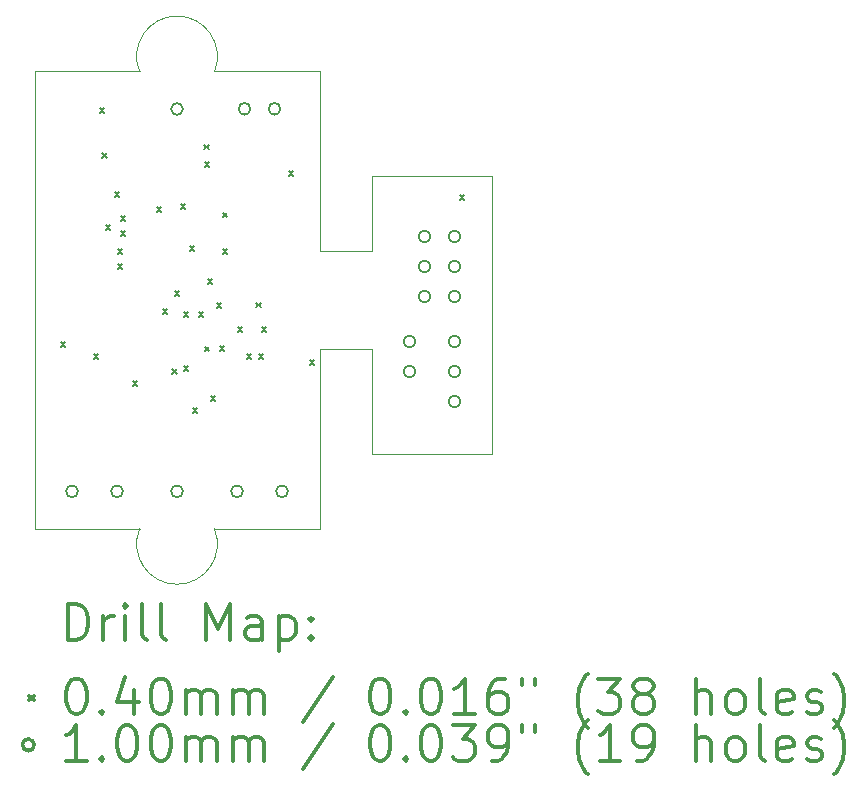
<source format=gbr>
%FSLAX45Y45*%
G04 Gerber Fmt 4.5, Leading zero omitted, Abs format (unit mm)*
G04 Created by KiCad (PCBNEW (5.1.9)-1) date 2021-06-03 21:08:32*
%MOMM*%
%LPD*%
G01*
G04 APERTURE LIST*
%TA.AperFunction,Profile*%
%ADD10C,0.050000*%
%TD*%
%ADD11C,0.200000*%
%ADD12C,0.300000*%
G04 APERTURE END LIST*
D10*
X11239500Y-12255500D02*
X11239500Y-8382000D01*
X13652500Y-12255500D02*
X13652500Y-10731500D01*
X13652500Y-9906000D02*
X13652500Y-8382000D01*
X12128500Y-8382000D02*
G75*
G02*
X12763500Y-8382000I317500J127000D01*
G01*
X12763500Y-12255500D02*
G75*
G02*
X12128500Y-12255500I-317500J-127000D01*
G01*
X12128500Y-12255500D02*
X11239500Y-12255500D01*
X13652500Y-12255500D02*
X12763500Y-12255500D01*
X14097000Y-10731500D02*
X13652500Y-10731500D01*
X14097000Y-11620500D02*
X14097000Y-10731500D01*
X15113000Y-11620500D02*
X14097000Y-11620500D01*
X15113000Y-9271000D02*
X15113000Y-11620500D01*
X14097000Y-9271000D02*
X15113000Y-9271000D01*
X14097000Y-9906000D02*
X14097000Y-9271000D01*
X13652500Y-9906000D02*
X14097000Y-9906000D01*
X12763500Y-8382000D02*
X13652500Y-8382000D01*
X11239500Y-8382000D02*
X12128500Y-8382000D01*
D11*
X11460800Y-10673400D02*
X11500800Y-10713400D01*
X11500800Y-10673400D02*
X11460800Y-10713400D01*
X11740200Y-10775000D02*
X11780200Y-10815000D01*
X11780200Y-10775000D02*
X11740200Y-10815000D01*
X11791000Y-8692200D02*
X11831000Y-8732200D01*
X11831000Y-8692200D02*
X11791000Y-8732200D01*
X11809666Y-9075371D02*
X11849666Y-9115371D01*
X11849666Y-9075371D02*
X11809666Y-9115371D01*
X11841800Y-9682800D02*
X11881800Y-9722800D01*
X11881800Y-9682800D02*
X11841800Y-9722800D01*
X11918000Y-9403400D02*
X11958000Y-9443400D01*
X11958000Y-9403400D02*
X11918000Y-9443400D01*
X11943400Y-9886000D02*
X11983400Y-9926000D01*
X11983400Y-9886000D02*
X11943400Y-9926000D01*
X11943400Y-10013000D02*
X11983400Y-10053000D01*
X11983400Y-10013000D02*
X11943400Y-10053000D01*
X11968800Y-9606600D02*
X12008800Y-9646600D01*
X12008800Y-9606600D02*
X11968800Y-9646600D01*
X11968800Y-9733600D02*
X12008800Y-9773600D01*
X12008800Y-9733600D02*
X11968800Y-9773600D01*
X12070400Y-11003600D02*
X12110400Y-11043600D01*
X12110400Y-11003600D02*
X12070400Y-11043600D01*
X12273600Y-9530400D02*
X12313600Y-9570400D01*
X12313600Y-9530400D02*
X12273600Y-9570400D01*
X12324400Y-10394000D02*
X12364400Y-10434000D01*
X12364400Y-10394000D02*
X12324400Y-10434000D01*
X12401940Y-10900660D02*
X12441940Y-10940660D01*
X12441940Y-10900660D02*
X12401940Y-10940660D01*
X12426465Y-10241135D02*
X12466465Y-10281135D01*
X12466465Y-10241135D02*
X12426465Y-10281135D01*
X12476800Y-9505000D02*
X12516800Y-9545000D01*
X12516800Y-9505000D02*
X12476800Y-9545000D01*
X12502200Y-10419400D02*
X12542200Y-10459400D01*
X12542200Y-10419400D02*
X12502200Y-10459400D01*
X12502200Y-10876600D02*
X12542200Y-10916600D01*
X12542200Y-10876600D02*
X12502200Y-10916600D01*
X12553000Y-9860600D02*
X12593000Y-9900600D01*
X12593000Y-9860600D02*
X12553000Y-9900600D01*
X12578400Y-11232200D02*
X12618400Y-11272200D01*
X12618400Y-11232200D02*
X12578400Y-11272200D01*
X12629200Y-10419400D02*
X12669200Y-10459400D01*
X12669200Y-10419400D02*
X12629200Y-10459400D01*
X12675500Y-9001500D02*
X12715500Y-9041500D01*
X12715500Y-9001500D02*
X12675500Y-9041500D01*
X12680000Y-9149400D02*
X12720000Y-9189400D01*
X12720000Y-9149400D02*
X12680000Y-9189400D01*
X12680000Y-10711500D02*
X12720000Y-10751500D01*
X12720000Y-10711500D02*
X12680000Y-10751500D01*
X12705400Y-10140000D02*
X12745400Y-10180000D01*
X12745400Y-10140000D02*
X12705400Y-10180000D01*
X12730800Y-11130600D02*
X12770800Y-11170600D01*
X12770800Y-11130600D02*
X12730800Y-11170600D01*
X12781600Y-10343200D02*
X12821600Y-10383200D01*
X12821600Y-10343200D02*
X12781600Y-10383200D01*
X12807000Y-10705000D02*
X12847000Y-10745000D01*
X12847000Y-10705000D02*
X12807000Y-10745000D01*
X12832400Y-9577500D02*
X12872400Y-9617500D01*
X12872400Y-9577500D02*
X12832400Y-9617500D01*
X12832400Y-9886000D02*
X12872400Y-9926000D01*
X12872400Y-9886000D02*
X12832400Y-9926000D01*
X12958935Y-10545935D02*
X12998935Y-10585935D01*
X12998935Y-10545935D02*
X12958935Y-10585935D01*
X13035600Y-10775000D02*
X13075600Y-10815000D01*
X13075600Y-10775000D02*
X13035600Y-10815000D01*
X13118000Y-10339500D02*
X13158000Y-10379500D01*
X13158000Y-10339500D02*
X13118000Y-10379500D01*
X13136865Y-10776265D02*
X13176865Y-10816265D01*
X13176865Y-10776265D02*
X13136865Y-10816265D01*
X13162135Y-10545935D02*
X13202135Y-10585935D01*
X13202135Y-10545935D02*
X13162135Y-10585935D01*
X13391200Y-9225600D02*
X13431200Y-9265600D01*
X13431200Y-9225600D02*
X13391200Y-9265600D01*
X13569000Y-10825800D02*
X13609000Y-10865800D01*
X13609000Y-10825800D02*
X13569000Y-10865800D01*
X14839000Y-9428800D02*
X14879000Y-9468800D01*
X14879000Y-9428800D02*
X14839000Y-9468800D01*
X11607000Y-11938000D02*
G75*
G03*
X11607000Y-11938000I-50000J0D01*
G01*
X11988000Y-11938000D02*
G75*
G03*
X11988000Y-11938000I-50000J0D01*
G01*
X12496000Y-8699500D02*
G75*
G03*
X12496000Y-8699500I-50000J0D01*
G01*
X12496000Y-11938000D02*
G75*
G03*
X12496000Y-11938000I-50000J0D01*
G01*
X13004000Y-11938000D02*
G75*
G03*
X13004000Y-11938000I-50000J0D01*
G01*
X13067500Y-8699500D02*
G75*
G03*
X13067500Y-8699500I-50000J0D01*
G01*
X13321500Y-8699500D02*
G75*
G03*
X13321500Y-8699500I-50000J0D01*
G01*
X13385000Y-11938000D02*
G75*
G03*
X13385000Y-11938000I-50000J0D01*
G01*
X14464500Y-10668000D02*
G75*
G03*
X14464500Y-10668000I-50000J0D01*
G01*
X14464500Y-10922000D02*
G75*
G03*
X14464500Y-10922000I-50000J0D01*
G01*
X14591500Y-9779000D02*
G75*
G03*
X14591500Y-9779000I-50000J0D01*
G01*
X14591500Y-10033000D02*
G75*
G03*
X14591500Y-10033000I-50000J0D01*
G01*
X14591500Y-10287000D02*
G75*
G03*
X14591500Y-10287000I-50000J0D01*
G01*
X14845500Y-9779000D02*
G75*
G03*
X14845500Y-9779000I-50000J0D01*
G01*
X14845500Y-10033000D02*
G75*
G03*
X14845500Y-10033000I-50000J0D01*
G01*
X14845500Y-10287000D02*
G75*
G03*
X14845500Y-10287000I-50000J0D01*
G01*
X14845500Y-10668000D02*
G75*
G03*
X14845500Y-10668000I-50000J0D01*
G01*
X14845500Y-10922000D02*
G75*
G03*
X14845500Y-10922000I-50000J0D01*
G01*
X14845500Y-11176000D02*
G75*
G03*
X14845500Y-11176000I-50000J0D01*
G01*
D12*
X11523428Y-13192672D02*
X11523428Y-12892672D01*
X11594857Y-12892672D01*
X11637714Y-12906958D01*
X11666286Y-12935529D01*
X11680571Y-12964101D01*
X11694857Y-13021244D01*
X11694857Y-13064101D01*
X11680571Y-13121244D01*
X11666286Y-13149815D01*
X11637714Y-13178386D01*
X11594857Y-13192672D01*
X11523428Y-13192672D01*
X11823428Y-13192672D02*
X11823428Y-12992672D01*
X11823428Y-13049815D02*
X11837714Y-13021244D01*
X11852000Y-13006958D01*
X11880571Y-12992672D01*
X11909143Y-12992672D01*
X12009143Y-13192672D02*
X12009143Y-12992672D01*
X12009143Y-12892672D02*
X11994857Y-12906958D01*
X12009143Y-12921244D01*
X12023428Y-12906958D01*
X12009143Y-12892672D01*
X12009143Y-12921244D01*
X12194857Y-13192672D02*
X12166286Y-13178386D01*
X12152000Y-13149815D01*
X12152000Y-12892672D01*
X12352000Y-13192672D02*
X12323428Y-13178386D01*
X12309143Y-13149815D01*
X12309143Y-12892672D01*
X12694857Y-13192672D02*
X12694857Y-12892672D01*
X12794857Y-13106958D01*
X12894857Y-12892672D01*
X12894857Y-13192672D01*
X13166286Y-13192672D02*
X13166286Y-13035529D01*
X13152000Y-13006958D01*
X13123428Y-12992672D01*
X13066286Y-12992672D01*
X13037714Y-13006958D01*
X13166286Y-13178386D02*
X13137714Y-13192672D01*
X13066286Y-13192672D01*
X13037714Y-13178386D01*
X13023428Y-13149815D01*
X13023428Y-13121244D01*
X13037714Y-13092672D01*
X13066286Y-13078386D01*
X13137714Y-13078386D01*
X13166286Y-13064101D01*
X13309143Y-12992672D02*
X13309143Y-13292672D01*
X13309143Y-13006958D02*
X13337714Y-12992672D01*
X13394857Y-12992672D01*
X13423428Y-13006958D01*
X13437714Y-13021244D01*
X13452000Y-13049815D01*
X13452000Y-13135529D01*
X13437714Y-13164101D01*
X13423428Y-13178386D01*
X13394857Y-13192672D01*
X13337714Y-13192672D01*
X13309143Y-13178386D01*
X13580571Y-13164101D02*
X13594857Y-13178386D01*
X13580571Y-13192672D01*
X13566286Y-13178386D01*
X13580571Y-13164101D01*
X13580571Y-13192672D01*
X13580571Y-13006958D02*
X13594857Y-13021244D01*
X13580571Y-13035529D01*
X13566286Y-13021244D01*
X13580571Y-13006958D01*
X13580571Y-13035529D01*
X11197000Y-13666958D02*
X11237000Y-13706958D01*
X11237000Y-13666958D02*
X11197000Y-13706958D01*
X11580571Y-13522672D02*
X11609143Y-13522672D01*
X11637714Y-13536958D01*
X11652000Y-13551244D01*
X11666286Y-13579815D01*
X11680571Y-13636958D01*
X11680571Y-13708386D01*
X11666286Y-13765529D01*
X11652000Y-13794101D01*
X11637714Y-13808386D01*
X11609143Y-13822672D01*
X11580571Y-13822672D01*
X11552000Y-13808386D01*
X11537714Y-13794101D01*
X11523428Y-13765529D01*
X11509143Y-13708386D01*
X11509143Y-13636958D01*
X11523428Y-13579815D01*
X11537714Y-13551244D01*
X11552000Y-13536958D01*
X11580571Y-13522672D01*
X11809143Y-13794101D02*
X11823428Y-13808386D01*
X11809143Y-13822672D01*
X11794857Y-13808386D01*
X11809143Y-13794101D01*
X11809143Y-13822672D01*
X12080571Y-13622672D02*
X12080571Y-13822672D01*
X12009143Y-13508386D02*
X11937714Y-13722672D01*
X12123428Y-13722672D01*
X12294857Y-13522672D02*
X12323428Y-13522672D01*
X12352000Y-13536958D01*
X12366286Y-13551244D01*
X12380571Y-13579815D01*
X12394857Y-13636958D01*
X12394857Y-13708386D01*
X12380571Y-13765529D01*
X12366286Y-13794101D01*
X12352000Y-13808386D01*
X12323428Y-13822672D01*
X12294857Y-13822672D01*
X12266286Y-13808386D01*
X12252000Y-13794101D01*
X12237714Y-13765529D01*
X12223428Y-13708386D01*
X12223428Y-13636958D01*
X12237714Y-13579815D01*
X12252000Y-13551244D01*
X12266286Y-13536958D01*
X12294857Y-13522672D01*
X12523428Y-13822672D02*
X12523428Y-13622672D01*
X12523428Y-13651244D02*
X12537714Y-13636958D01*
X12566286Y-13622672D01*
X12609143Y-13622672D01*
X12637714Y-13636958D01*
X12652000Y-13665529D01*
X12652000Y-13822672D01*
X12652000Y-13665529D02*
X12666286Y-13636958D01*
X12694857Y-13622672D01*
X12737714Y-13622672D01*
X12766286Y-13636958D01*
X12780571Y-13665529D01*
X12780571Y-13822672D01*
X12923428Y-13822672D02*
X12923428Y-13622672D01*
X12923428Y-13651244D02*
X12937714Y-13636958D01*
X12966286Y-13622672D01*
X13009143Y-13622672D01*
X13037714Y-13636958D01*
X13052000Y-13665529D01*
X13052000Y-13822672D01*
X13052000Y-13665529D02*
X13066286Y-13636958D01*
X13094857Y-13622672D01*
X13137714Y-13622672D01*
X13166286Y-13636958D01*
X13180571Y-13665529D01*
X13180571Y-13822672D01*
X13766286Y-13508386D02*
X13509143Y-13894101D01*
X14152000Y-13522672D02*
X14180571Y-13522672D01*
X14209143Y-13536958D01*
X14223428Y-13551244D01*
X14237714Y-13579815D01*
X14252000Y-13636958D01*
X14252000Y-13708386D01*
X14237714Y-13765529D01*
X14223428Y-13794101D01*
X14209143Y-13808386D01*
X14180571Y-13822672D01*
X14152000Y-13822672D01*
X14123428Y-13808386D01*
X14109143Y-13794101D01*
X14094857Y-13765529D01*
X14080571Y-13708386D01*
X14080571Y-13636958D01*
X14094857Y-13579815D01*
X14109143Y-13551244D01*
X14123428Y-13536958D01*
X14152000Y-13522672D01*
X14380571Y-13794101D02*
X14394857Y-13808386D01*
X14380571Y-13822672D01*
X14366286Y-13808386D01*
X14380571Y-13794101D01*
X14380571Y-13822672D01*
X14580571Y-13522672D02*
X14609143Y-13522672D01*
X14637714Y-13536958D01*
X14652000Y-13551244D01*
X14666286Y-13579815D01*
X14680571Y-13636958D01*
X14680571Y-13708386D01*
X14666286Y-13765529D01*
X14652000Y-13794101D01*
X14637714Y-13808386D01*
X14609143Y-13822672D01*
X14580571Y-13822672D01*
X14552000Y-13808386D01*
X14537714Y-13794101D01*
X14523428Y-13765529D01*
X14509143Y-13708386D01*
X14509143Y-13636958D01*
X14523428Y-13579815D01*
X14537714Y-13551244D01*
X14552000Y-13536958D01*
X14580571Y-13522672D01*
X14966286Y-13822672D02*
X14794857Y-13822672D01*
X14880571Y-13822672D02*
X14880571Y-13522672D01*
X14852000Y-13565529D01*
X14823428Y-13594101D01*
X14794857Y-13608386D01*
X15223428Y-13522672D02*
X15166286Y-13522672D01*
X15137714Y-13536958D01*
X15123428Y-13551244D01*
X15094857Y-13594101D01*
X15080571Y-13651244D01*
X15080571Y-13765529D01*
X15094857Y-13794101D01*
X15109143Y-13808386D01*
X15137714Y-13822672D01*
X15194857Y-13822672D01*
X15223428Y-13808386D01*
X15237714Y-13794101D01*
X15252000Y-13765529D01*
X15252000Y-13694101D01*
X15237714Y-13665529D01*
X15223428Y-13651244D01*
X15194857Y-13636958D01*
X15137714Y-13636958D01*
X15109143Y-13651244D01*
X15094857Y-13665529D01*
X15080571Y-13694101D01*
X15366286Y-13522672D02*
X15366286Y-13579815D01*
X15480571Y-13522672D02*
X15480571Y-13579815D01*
X15923428Y-13936958D02*
X15909143Y-13922672D01*
X15880571Y-13879815D01*
X15866286Y-13851244D01*
X15852000Y-13808386D01*
X15837714Y-13736958D01*
X15837714Y-13679815D01*
X15852000Y-13608386D01*
X15866286Y-13565529D01*
X15880571Y-13536958D01*
X15909143Y-13494101D01*
X15923428Y-13479815D01*
X16009143Y-13522672D02*
X16194857Y-13522672D01*
X16094857Y-13636958D01*
X16137714Y-13636958D01*
X16166286Y-13651244D01*
X16180571Y-13665529D01*
X16194857Y-13694101D01*
X16194857Y-13765529D01*
X16180571Y-13794101D01*
X16166286Y-13808386D01*
X16137714Y-13822672D01*
X16052000Y-13822672D01*
X16023428Y-13808386D01*
X16009143Y-13794101D01*
X16366286Y-13651244D02*
X16337714Y-13636958D01*
X16323428Y-13622672D01*
X16309143Y-13594101D01*
X16309143Y-13579815D01*
X16323428Y-13551244D01*
X16337714Y-13536958D01*
X16366286Y-13522672D01*
X16423428Y-13522672D01*
X16452000Y-13536958D01*
X16466286Y-13551244D01*
X16480571Y-13579815D01*
X16480571Y-13594101D01*
X16466286Y-13622672D01*
X16452000Y-13636958D01*
X16423428Y-13651244D01*
X16366286Y-13651244D01*
X16337714Y-13665529D01*
X16323428Y-13679815D01*
X16309143Y-13708386D01*
X16309143Y-13765529D01*
X16323428Y-13794101D01*
X16337714Y-13808386D01*
X16366286Y-13822672D01*
X16423428Y-13822672D01*
X16452000Y-13808386D01*
X16466286Y-13794101D01*
X16480571Y-13765529D01*
X16480571Y-13708386D01*
X16466286Y-13679815D01*
X16452000Y-13665529D01*
X16423428Y-13651244D01*
X16837714Y-13822672D02*
X16837714Y-13522672D01*
X16966286Y-13822672D02*
X16966286Y-13665529D01*
X16952000Y-13636958D01*
X16923428Y-13622672D01*
X16880571Y-13622672D01*
X16852000Y-13636958D01*
X16837714Y-13651244D01*
X17152000Y-13822672D02*
X17123428Y-13808386D01*
X17109143Y-13794101D01*
X17094857Y-13765529D01*
X17094857Y-13679815D01*
X17109143Y-13651244D01*
X17123428Y-13636958D01*
X17152000Y-13622672D01*
X17194857Y-13622672D01*
X17223428Y-13636958D01*
X17237714Y-13651244D01*
X17252000Y-13679815D01*
X17252000Y-13765529D01*
X17237714Y-13794101D01*
X17223428Y-13808386D01*
X17194857Y-13822672D01*
X17152000Y-13822672D01*
X17423428Y-13822672D02*
X17394857Y-13808386D01*
X17380571Y-13779815D01*
X17380571Y-13522672D01*
X17652000Y-13808386D02*
X17623428Y-13822672D01*
X17566286Y-13822672D01*
X17537714Y-13808386D01*
X17523428Y-13779815D01*
X17523428Y-13665529D01*
X17537714Y-13636958D01*
X17566286Y-13622672D01*
X17623428Y-13622672D01*
X17652000Y-13636958D01*
X17666286Y-13665529D01*
X17666286Y-13694101D01*
X17523428Y-13722672D01*
X17780571Y-13808386D02*
X17809143Y-13822672D01*
X17866286Y-13822672D01*
X17894857Y-13808386D01*
X17909143Y-13779815D01*
X17909143Y-13765529D01*
X17894857Y-13736958D01*
X17866286Y-13722672D01*
X17823428Y-13722672D01*
X17794857Y-13708386D01*
X17780571Y-13679815D01*
X17780571Y-13665529D01*
X17794857Y-13636958D01*
X17823428Y-13622672D01*
X17866286Y-13622672D01*
X17894857Y-13636958D01*
X18009143Y-13936958D02*
X18023428Y-13922672D01*
X18052000Y-13879815D01*
X18066286Y-13851244D01*
X18080571Y-13808386D01*
X18094857Y-13736958D01*
X18094857Y-13679815D01*
X18080571Y-13608386D01*
X18066286Y-13565529D01*
X18052000Y-13536958D01*
X18023428Y-13494101D01*
X18009143Y-13479815D01*
X11237000Y-14082958D02*
G75*
G03*
X11237000Y-14082958I-50000J0D01*
G01*
X11680571Y-14218672D02*
X11509143Y-14218672D01*
X11594857Y-14218672D02*
X11594857Y-13918672D01*
X11566286Y-13961529D01*
X11537714Y-13990101D01*
X11509143Y-14004386D01*
X11809143Y-14190101D02*
X11823428Y-14204386D01*
X11809143Y-14218672D01*
X11794857Y-14204386D01*
X11809143Y-14190101D01*
X11809143Y-14218672D01*
X12009143Y-13918672D02*
X12037714Y-13918672D01*
X12066286Y-13932958D01*
X12080571Y-13947244D01*
X12094857Y-13975815D01*
X12109143Y-14032958D01*
X12109143Y-14104386D01*
X12094857Y-14161529D01*
X12080571Y-14190101D01*
X12066286Y-14204386D01*
X12037714Y-14218672D01*
X12009143Y-14218672D01*
X11980571Y-14204386D01*
X11966286Y-14190101D01*
X11952000Y-14161529D01*
X11937714Y-14104386D01*
X11937714Y-14032958D01*
X11952000Y-13975815D01*
X11966286Y-13947244D01*
X11980571Y-13932958D01*
X12009143Y-13918672D01*
X12294857Y-13918672D02*
X12323428Y-13918672D01*
X12352000Y-13932958D01*
X12366286Y-13947244D01*
X12380571Y-13975815D01*
X12394857Y-14032958D01*
X12394857Y-14104386D01*
X12380571Y-14161529D01*
X12366286Y-14190101D01*
X12352000Y-14204386D01*
X12323428Y-14218672D01*
X12294857Y-14218672D01*
X12266286Y-14204386D01*
X12252000Y-14190101D01*
X12237714Y-14161529D01*
X12223428Y-14104386D01*
X12223428Y-14032958D01*
X12237714Y-13975815D01*
X12252000Y-13947244D01*
X12266286Y-13932958D01*
X12294857Y-13918672D01*
X12523428Y-14218672D02*
X12523428Y-14018672D01*
X12523428Y-14047244D02*
X12537714Y-14032958D01*
X12566286Y-14018672D01*
X12609143Y-14018672D01*
X12637714Y-14032958D01*
X12652000Y-14061529D01*
X12652000Y-14218672D01*
X12652000Y-14061529D02*
X12666286Y-14032958D01*
X12694857Y-14018672D01*
X12737714Y-14018672D01*
X12766286Y-14032958D01*
X12780571Y-14061529D01*
X12780571Y-14218672D01*
X12923428Y-14218672D02*
X12923428Y-14018672D01*
X12923428Y-14047244D02*
X12937714Y-14032958D01*
X12966286Y-14018672D01*
X13009143Y-14018672D01*
X13037714Y-14032958D01*
X13052000Y-14061529D01*
X13052000Y-14218672D01*
X13052000Y-14061529D02*
X13066286Y-14032958D01*
X13094857Y-14018672D01*
X13137714Y-14018672D01*
X13166286Y-14032958D01*
X13180571Y-14061529D01*
X13180571Y-14218672D01*
X13766286Y-13904386D02*
X13509143Y-14290101D01*
X14152000Y-13918672D02*
X14180571Y-13918672D01*
X14209143Y-13932958D01*
X14223428Y-13947244D01*
X14237714Y-13975815D01*
X14252000Y-14032958D01*
X14252000Y-14104386D01*
X14237714Y-14161529D01*
X14223428Y-14190101D01*
X14209143Y-14204386D01*
X14180571Y-14218672D01*
X14152000Y-14218672D01*
X14123428Y-14204386D01*
X14109143Y-14190101D01*
X14094857Y-14161529D01*
X14080571Y-14104386D01*
X14080571Y-14032958D01*
X14094857Y-13975815D01*
X14109143Y-13947244D01*
X14123428Y-13932958D01*
X14152000Y-13918672D01*
X14380571Y-14190101D02*
X14394857Y-14204386D01*
X14380571Y-14218672D01*
X14366286Y-14204386D01*
X14380571Y-14190101D01*
X14380571Y-14218672D01*
X14580571Y-13918672D02*
X14609143Y-13918672D01*
X14637714Y-13932958D01*
X14652000Y-13947244D01*
X14666286Y-13975815D01*
X14680571Y-14032958D01*
X14680571Y-14104386D01*
X14666286Y-14161529D01*
X14652000Y-14190101D01*
X14637714Y-14204386D01*
X14609143Y-14218672D01*
X14580571Y-14218672D01*
X14552000Y-14204386D01*
X14537714Y-14190101D01*
X14523428Y-14161529D01*
X14509143Y-14104386D01*
X14509143Y-14032958D01*
X14523428Y-13975815D01*
X14537714Y-13947244D01*
X14552000Y-13932958D01*
X14580571Y-13918672D01*
X14780571Y-13918672D02*
X14966286Y-13918672D01*
X14866286Y-14032958D01*
X14909143Y-14032958D01*
X14937714Y-14047244D01*
X14952000Y-14061529D01*
X14966286Y-14090101D01*
X14966286Y-14161529D01*
X14952000Y-14190101D01*
X14937714Y-14204386D01*
X14909143Y-14218672D01*
X14823428Y-14218672D01*
X14794857Y-14204386D01*
X14780571Y-14190101D01*
X15109143Y-14218672D02*
X15166286Y-14218672D01*
X15194857Y-14204386D01*
X15209143Y-14190101D01*
X15237714Y-14147244D01*
X15252000Y-14090101D01*
X15252000Y-13975815D01*
X15237714Y-13947244D01*
X15223428Y-13932958D01*
X15194857Y-13918672D01*
X15137714Y-13918672D01*
X15109143Y-13932958D01*
X15094857Y-13947244D01*
X15080571Y-13975815D01*
X15080571Y-14047244D01*
X15094857Y-14075815D01*
X15109143Y-14090101D01*
X15137714Y-14104386D01*
X15194857Y-14104386D01*
X15223428Y-14090101D01*
X15237714Y-14075815D01*
X15252000Y-14047244D01*
X15366286Y-13918672D02*
X15366286Y-13975815D01*
X15480571Y-13918672D02*
X15480571Y-13975815D01*
X15923428Y-14332958D02*
X15909143Y-14318672D01*
X15880571Y-14275815D01*
X15866286Y-14247244D01*
X15852000Y-14204386D01*
X15837714Y-14132958D01*
X15837714Y-14075815D01*
X15852000Y-14004386D01*
X15866286Y-13961529D01*
X15880571Y-13932958D01*
X15909143Y-13890101D01*
X15923428Y-13875815D01*
X16194857Y-14218672D02*
X16023428Y-14218672D01*
X16109143Y-14218672D02*
X16109143Y-13918672D01*
X16080571Y-13961529D01*
X16052000Y-13990101D01*
X16023428Y-14004386D01*
X16337714Y-14218672D02*
X16394857Y-14218672D01*
X16423428Y-14204386D01*
X16437714Y-14190101D01*
X16466286Y-14147244D01*
X16480571Y-14090101D01*
X16480571Y-13975815D01*
X16466286Y-13947244D01*
X16452000Y-13932958D01*
X16423428Y-13918672D01*
X16366286Y-13918672D01*
X16337714Y-13932958D01*
X16323428Y-13947244D01*
X16309143Y-13975815D01*
X16309143Y-14047244D01*
X16323428Y-14075815D01*
X16337714Y-14090101D01*
X16366286Y-14104386D01*
X16423428Y-14104386D01*
X16452000Y-14090101D01*
X16466286Y-14075815D01*
X16480571Y-14047244D01*
X16837714Y-14218672D02*
X16837714Y-13918672D01*
X16966286Y-14218672D02*
X16966286Y-14061529D01*
X16952000Y-14032958D01*
X16923428Y-14018672D01*
X16880571Y-14018672D01*
X16852000Y-14032958D01*
X16837714Y-14047244D01*
X17152000Y-14218672D02*
X17123428Y-14204386D01*
X17109143Y-14190101D01*
X17094857Y-14161529D01*
X17094857Y-14075815D01*
X17109143Y-14047244D01*
X17123428Y-14032958D01*
X17152000Y-14018672D01*
X17194857Y-14018672D01*
X17223428Y-14032958D01*
X17237714Y-14047244D01*
X17252000Y-14075815D01*
X17252000Y-14161529D01*
X17237714Y-14190101D01*
X17223428Y-14204386D01*
X17194857Y-14218672D01*
X17152000Y-14218672D01*
X17423428Y-14218672D02*
X17394857Y-14204386D01*
X17380571Y-14175815D01*
X17380571Y-13918672D01*
X17652000Y-14204386D02*
X17623428Y-14218672D01*
X17566286Y-14218672D01*
X17537714Y-14204386D01*
X17523428Y-14175815D01*
X17523428Y-14061529D01*
X17537714Y-14032958D01*
X17566286Y-14018672D01*
X17623428Y-14018672D01*
X17652000Y-14032958D01*
X17666286Y-14061529D01*
X17666286Y-14090101D01*
X17523428Y-14118672D01*
X17780571Y-14204386D02*
X17809143Y-14218672D01*
X17866286Y-14218672D01*
X17894857Y-14204386D01*
X17909143Y-14175815D01*
X17909143Y-14161529D01*
X17894857Y-14132958D01*
X17866286Y-14118672D01*
X17823428Y-14118672D01*
X17794857Y-14104386D01*
X17780571Y-14075815D01*
X17780571Y-14061529D01*
X17794857Y-14032958D01*
X17823428Y-14018672D01*
X17866286Y-14018672D01*
X17894857Y-14032958D01*
X18009143Y-14332958D02*
X18023428Y-14318672D01*
X18052000Y-14275815D01*
X18066286Y-14247244D01*
X18080571Y-14204386D01*
X18094857Y-14132958D01*
X18094857Y-14075815D01*
X18080571Y-14004386D01*
X18066286Y-13961529D01*
X18052000Y-13932958D01*
X18023428Y-13890101D01*
X18009143Y-13875815D01*
M02*

</source>
